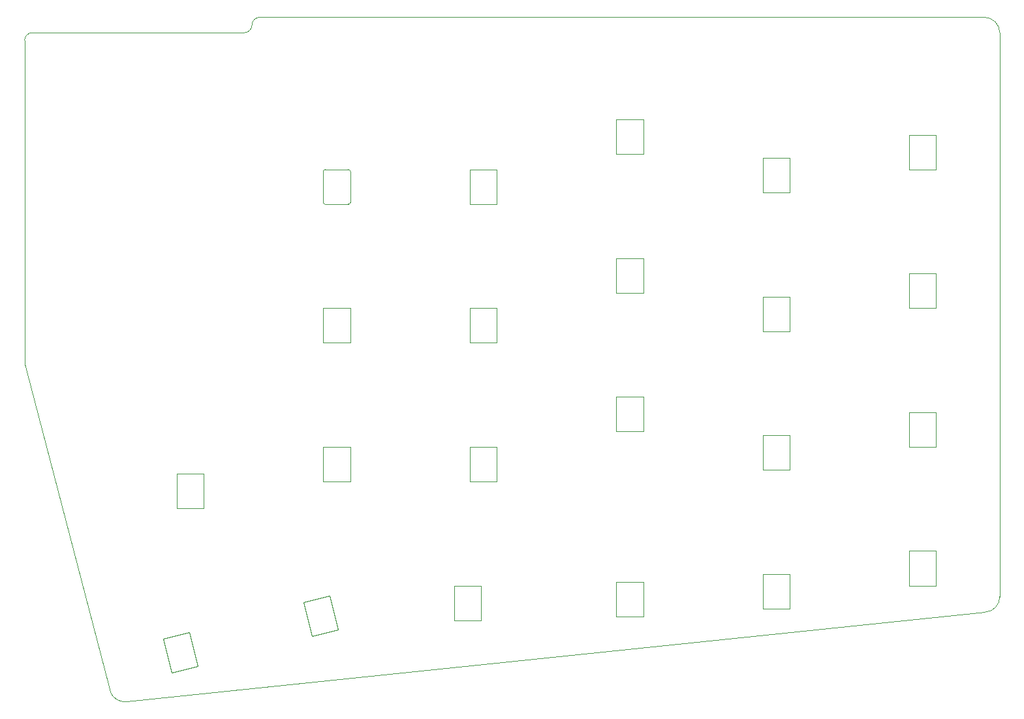
<source format=gbr>
G04 #@! TF.GenerationSoftware,KiCad,Pcbnew,(5.1.0)-1*
G04 #@! TF.CreationDate,2019-06-26T19:54:13+09:00*
G04 #@! TF.ProjectId,lunchbox52,6c756e63-6862-46f7-9835-322e6b696361,rev?*
G04 #@! TF.SameCoordinates,Original*
G04 #@! TF.FileFunction,Profile,NP*
%FSLAX46Y46*%
G04 Gerber Fmt 4.6, Leading zero omitted, Abs format (unit mm)*
G04 Created by KiCad (PCBNEW (5.1.0)-1) date 2019-06-26 19:54:13*
%MOMM*%
%LPD*%
G04 APERTURE LIST*
%ADD10C,0.050000*%
G04 APERTURE END LIST*
D10*
X122000000Y-70000000D02*
G75*
G02X123000000Y-69000000I1000000J0D01*
G01*
X122000000Y-70000000D02*
G75*
G02X121000000Y-71000000I-1000000J0D01*
G01*
X134500000Y-88750000D02*
G75*
G02X134750000Y-89000000I0J-250000D01*
G01*
X134750000Y-93000000D02*
G75*
G02X134500000Y-93250000I-250000J0D01*
G01*
X131500000Y-93250000D02*
G75*
G02X131250000Y-93000000I0J250000D01*
G01*
X131250000Y-89000000D02*
G75*
G02X131500000Y-88750000I250000J0D01*
G01*
X93500000Y-71000000D02*
X121000000Y-71000000D01*
X105701480Y-157814795D02*
G75*
G02X103600001Y-156499999I-201480J2014795D01*
G01*
X219002497Y-144200001D02*
G75*
G02X217099999Y-146199999I-2002497J1D01*
G01*
X207250000Y-142750000D02*
X207250000Y-138250000D01*
X210750000Y-142750000D02*
X207250000Y-142750000D01*
X210750000Y-138250000D02*
X210750000Y-142750000D01*
X207250000Y-138250000D02*
X210750000Y-138250000D01*
X207250000Y-124750000D02*
X207250000Y-120250000D01*
X210750000Y-124750000D02*
X207250000Y-124750000D01*
X210750000Y-120250000D02*
X210750000Y-124750000D01*
X207250000Y-120250000D02*
X210750000Y-120250000D01*
X207250000Y-106750000D02*
X207250000Y-102250000D01*
X210750000Y-106750000D02*
X207250000Y-106750000D01*
X210750000Y-102250000D02*
X210750000Y-106750000D01*
X207250000Y-102250000D02*
X210750000Y-102250000D01*
X207250000Y-88750000D02*
X207250000Y-84250000D01*
X210750000Y-88750000D02*
X207250000Y-88750000D01*
X210750000Y-84250000D02*
X210750000Y-88750000D01*
X207250000Y-84250000D02*
X210750000Y-84250000D01*
X188250000Y-145750000D02*
X188250000Y-141250000D01*
X191750000Y-145750000D02*
X188250000Y-145750000D01*
X191750000Y-141250000D02*
X191750000Y-145750000D01*
X188250000Y-141250000D02*
X191750000Y-141250000D01*
X188250000Y-127750000D02*
X188250000Y-123250000D01*
X191750000Y-127750000D02*
X188250000Y-127750000D01*
X191750000Y-123250000D02*
X191750000Y-127750000D01*
X188250000Y-123250000D02*
X191750000Y-123250000D01*
X188250000Y-109750000D02*
X188250000Y-105250000D01*
X191750000Y-109750000D02*
X188250000Y-109750000D01*
X191750000Y-105250000D02*
X191750000Y-109750000D01*
X188250000Y-105250000D02*
X191750000Y-105250000D01*
X188250000Y-91750000D02*
X188250000Y-87250000D01*
X191750000Y-91750000D02*
X188250000Y-91750000D01*
X191750000Y-87250000D02*
X191750000Y-91750000D01*
X188250000Y-87250000D02*
X191750000Y-87250000D01*
X169250000Y-146750000D02*
X169250000Y-142250000D01*
X172750000Y-146750000D02*
X169250000Y-146750000D01*
X172750000Y-142250000D02*
X172750000Y-146750000D01*
X169250000Y-142250000D02*
X172750000Y-142250000D01*
X169250000Y-122750000D02*
X169250000Y-118250000D01*
X172750000Y-122750000D02*
X169250000Y-122750000D01*
X172750000Y-118250000D02*
X172750000Y-122750000D01*
X169250000Y-118250000D02*
X172750000Y-118250000D01*
X169250000Y-104750000D02*
X169250000Y-100250000D01*
X172750000Y-104750000D02*
X169250000Y-104750000D01*
X172750000Y-100250000D02*
X172750000Y-104750000D01*
X169250000Y-100250000D02*
X172750000Y-100250000D01*
X169250000Y-86750000D02*
X169250000Y-82250000D01*
X172750000Y-86750000D02*
X169250000Y-86750000D01*
X172750000Y-82250000D02*
X172750000Y-86750000D01*
X169250000Y-82250000D02*
X172750000Y-82250000D01*
X148250000Y-147250000D02*
X148250000Y-142750000D01*
X151750000Y-147250000D02*
X148250000Y-147250000D01*
X151750000Y-142750000D02*
X151750000Y-147250000D01*
X148250000Y-142750000D02*
X151750000Y-142750000D01*
X150250000Y-129250000D02*
X150250000Y-124750000D01*
X153750000Y-129250000D02*
X150250000Y-129250000D01*
X153750000Y-124750000D02*
X153750000Y-129250000D01*
X150250000Y-124750000D02*
X153750000Y-124750000D01*
X150250000Y-111250000D02*
X150250000Y-106750000D01*
X153750000Y-111250000D02*
X150250000Y-111250000D01*
X153750000Y-106750000D02*
X153750000Y-111250000D01*
X150250000Y-106750000D02*
X153750000Y-106750000D01*
X150250000Y-93250000D02*
X150250000Y-88750000D01*
X153750000Y-93250000D02*
X150250000Y-93250000D01*
X153750000Y-88750000D02*
X153750000Y-93250000D01*
X150250000Y-88750000D02*
X153750000Y-88750000D01*
X131250000Y-129250000D02*
X131250000Y-124750000D01*
X134750000Y-129250000D02*
X131250000Y-129250000D01*
X134750000Y-124750000D02*
X134750000Y-129250000D01*
X131250000Y-124750000D02*
X134750000Y-124750000D01*
X131250000Y-111250000D02*
X131250000Y-106750000D01*
X134750000Y-111250000D02*
X131250000Y-111250000D01*
X134750000Y-106750000D02*
X134750000Y-111250000D01*
X131250000Y-106750000D02*
X134750000Y-106750000D01*
X129796874Y-149288928D02*
X128708225Y-144922597D01*
X133192909Y-148442201D02*
X129796874Y-149288928D01*
X132104260Y-144075870D02*
X133192909Y-148442201D01*
X128708225Y-144922597D02*
X132104260Y-144075870D01*
X111546874Y-154038928D02*
X110458225Y-149672597D01*
X114942909Y-153192201D02*
X111546874Y-154038928D01*
X113854260Y-148825870D02*
X114942909Y-153192201D01*
X110458225Y-149672597D02*
X113854260Y-148825870D01*
X112250000Y-132710000D02*
X112250000Y-128210000D01*
X115750000Y-132710000D02*
X112250000Y-132710000D01*
X115750000Y-128210000D02*
X115750000Y-132710000D01*
X112250000Y-128210000D02*
X115750000Y-128210000D01*
X131250000Y-93000000D02*
X131250000Y-89000000D01*
X134500000Y-93250000D02*
X131500000Y-93250000D01*
X134750000Y-89000000D02*
X134750000Y-93000000D01*
X131500000Y-88750000D02*
X134500000Y-88750000D01*
X92500000Y-72000000D02*
G75*
G02X93500000Y-71000000I1000000J0D01*
G01*
X217000000Y-69000000D02*
G75*
G02X219000000Y-71000000I0J-2000000D01*
G01*
X123000000Y-69000000D02*
X217000000Y-69000000D01*
X92500000Y-114000000D02*
X92500000Y-72000000D01*
X103600001Y-156499999D02*
X92500000Y-114000000D01*
X217099999Y-146199999D02*
X105701480Y-157814795D01*
X219000000Y-71000000D02*
X219002497Y-144200001D01*
M02*

</source>
